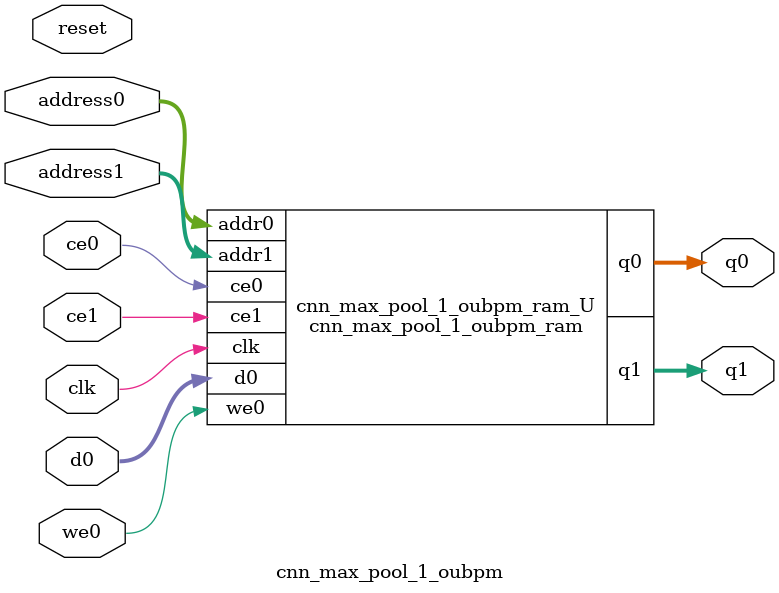
<source format=v>
`timescale 1 ns / 1 ps
module cnn_max_pool_1_oubpm_ram (addr0, ce0, d0, we0, q0, addr1, ce1, q1,  clk);

parameter DWIDTH = 14;
parameter AWIDTH = 8;
parameter MEM_SIZE = 169;

input[AWIDTH-1:0] addr0;
input ce0;
input[DWIDTH-1:0] d0;
input we0;
output reg[DWIDTH-1:0] q0;
input[AWIDTH-1:0] addr1;
input ce1;
output reg[DWIDTH-1:0] q1;
input clk;

(* ram_style = "block" *)reg [DWIDTH-1:0] ram[0:MEM_SIZE-1];




always @(posedge clk)  
begin 
    if (ce0) 
    begin
        if (we0) 
        begin 
            ram[addr0] <= d0; 
        end 
        q0 <= ram[addr0];
    end
end


always @(posedge clk)  
begin 
    if (ce1) 
    begin
        q1 <= ram[addr1];
    end
end


endmodule

`timescale 1 ns / 1 ps
module cnn_max_pool_1_oubpm(
    reset,
    clk,
    address0,
    ce0,
    we0,
    d0,
    q0,
    address1,
    ce1,
    q1);

parameter DataWidth = 32'd14;
parameter AddressRange = 32'd169;
parameter AddressWidth = 32'd8;
input reset;
input clk;
input[AddressWidth - 1:0] address0;
input ce0;
input we0;
input[DataWidth - 1:0] d0;
output[DataWidth - 1:0] q0;
input[AddressWidth - 1:0] address1;
input ce1;
output[DataWidth - 1:0] q1;



cnn_max_pool_1_oubpm_ram cnn_max_pool_1_oubpm_ram_U(
    .clk( clk ),
    .addr0( address0 ),
    .ce0( ce0 ),
    .we0( we0 ),
    .d0( d0 ),
    .q0( q0 ),
    .addr1( address1 ),
    .ce1( ce1 ),
    .q1( q1 ));

endmodule


</source>
